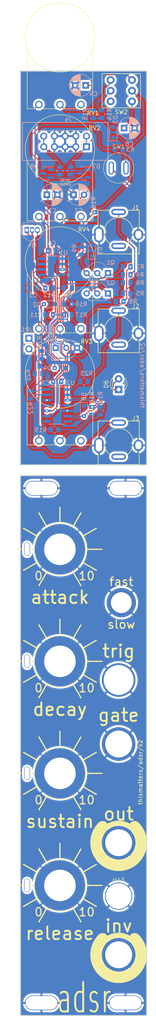
<source format=kicad_pcb>
(kicad_pcb (version 20221018) (generator pcbnew)
  (layers (0 "F.Cu" signal) (31 "B.Cu" signal) (34 "B.Paste" user) (35 "F.Paste" user) (36 "B.SilkS" user "B.Silkscreen") (37 "F.SilkS" user "F.Silkscreen") (38 "B.Mask" user) (39 "F.Mask" user) (44 "Edge.Cuts" user))
  (net 0 "")
  (net 1 "+12V")
  (net 2 "GND")
  (net 3 "-12V")
  (net 4 "Net-(D2-K)")
  (net 5 "Net-(Q3-B)")
  (net 6 "Net-(SW2B-C)")
  (net 7 "Net-(U1-CV)")
  (net 8 "Net-(SW2B-A)")
  (net 9 "Net-(D1-K)")
  (net 10 "Net-(D2-A)")
  (net 11 "Net-(D3-K)")
  (net 12 "Net-(D3-A)")
  (net 13 "Net-(D4-K)")
  (net 14 "Net-(D4-A)")
  (net 15 "Net-(D5-K)")
  (net 16 "Net-(D5-A)")
  (net 17 "Net-(D7-COM)")
  (net 18 "Net-(D8-COM)")
  (net 19 "/FACE")
  (net 20 "Net-(J1-PadT)")
  (net 22 "/OUT")
  (net 24 "/INV")
  (net 26 "Net-(JP1-A)")
  (net 27 "Net-(JP1-B)")
  (net 28 "Net-(Q1-C)")
  (net 29 "Net-(Q1-E)")
  (net 30 "Net-(Q3-C)")
  (net 31 "Net-(Q4-G)")
  (net 32 "Net-(Q4-S)")
  (net 33 "Net-(R3-Pad1)")
  (net 34 "Net-(R4-Pad1)")
  (net 35 "/RELEASE")
  (net 36 "Net-(SW2A-B)")
  (net 37 "/ATTACK")
  (net 38 "/DECAY")
  (net 39 "Net-(R17-Pad2)")
  (net 40 "Net-(U1-THR)")
  (net 41 "Net-(R21-Pad1)")
  (net 42 "Net-(U1-Q)")
  (net 46 "/SUSTAIN")
  (net 48 "Net-(Q4-D)")
  (net 49 "Net-(J4-Pin_1)")
  (net 50 "Net-(J4-Pin_10)")
  (footprint "Eurorack:Mech-MountingHole" (layer "F.Cu") (at 28.1 255.04)
    (fp_text reference "H4")
    (fp_text value "MountingHole")
  )
  (footprint "Eurorack:Mech-AudioJack-Hole-Output" (layer "F.Cu") (at 46.455 243.59)
    (fp_text reference "H12")
    (fp_text value "inv")
  )
  (footprint "Eurorack:Mech-Potentiometer-Hole_level" (layer "F.Cu") (at 32.485 227.08)
    (fp_text reference "H8")
    (fp_text value "release")
  )
  (footprint "Eurorack:Mech-MountingHole" (layer "F.Cu") (at 48.1 255.04)
    (fp_text reference "H3")
    (fp_text value "MountingHole")
  )
  (footprint "Eurorack:Potentiometer_RV16AF-41-15R1" (layer "F.Cu") (at 32.485 105.22)
    (fp_text reference "RV3")
    (fp_text value "A1M")
  )
  (footprint "Eurorack:PushButton_Tayda_A-5051" (layer "F.Cu") (at 46.455 56.325)
    (fp_text reference "SW1")
    (fp_text value "SW_Push")
  )
  (footprint "Eurorack:Mech-AudioJack-Hole-Output" (layer "F.Cu") (at 46.455 216.92)
    (fp_text reference "H11")
    (fp_text value "out")
  )
  (footprint "Eurorack:Mech-LED-Hole-3mm-Bezel" (layer "F.Cu") (at 46.455 229.62)
    (fp_text reference "H13")
    (fp_text value "led")
  )
  (footprint "Eurorack:Mech-2M_Switch-Hole" (layer "F.Cu") (at 47.09 159.77)
    (fp_text reference "H14" hide)
    (fp_text value "speed")
  )
  (footprint "Eurorack:Switch_DPDT_Tayda_A-5752" (layer "F.Cu") (at 47.09 37.91 180)
    (fp_text reference "SW2")
    (fp_text value "SW_DPDT_x2")
  )
  (footprint "Eurorack:Mech-Potentiometer-Hole_level" (layer "F.Cu") (at 32.485 147.07)
    (fp_text reference "H5")
    (fp_text value "attack")
  )
  (footprint "Eurorack:Mech-Potentiometer-Hole_level" (layer "F.Cu") (at 32.485 200.41)
    (fp_text reference "H7")
    (fp_text value "sustain")
  )
  (footprint "Eurorack:Potentiometer_RV16AF-41-15R1" (layer "F.Cu") (at 32.485 25.21)
    (fp_text reference "RV1")
    (fp_text value "A1M")
  )
  (footprint "Eurorack:Mech-MountingHole" (layer "F.Cu") (at 48.1 132.54)
    (fp_text reference "H1")
    (fp_text value "MountingHole")
  )
  (footprint "Eurorack:Mech-MountingHole" (layer "F.Cu") (at 28.1 132.54)
    (fp_text reference "H2")
    (fp_text value "MountingHole")
  )
  (footprint "Eurorack:Mech-PushButton-Hole_Tayda_A-5051" (layer "F.Cu") (at 46.455 178.185)
    (fp_text reference "H10")
    (fp_text value "trig")
  )
  (footprint "Eurorack:AudioJack2_Tayda_A-2566" (layer "F.Cu") (at 46.455 95.06)
    (fp_text reference "J2")
    (fp_text value "AudioJack2_SwitchT")
  )
  (footprint "LED_THT:LED_D3.0mm" (layer "F.Cu") (at 46.455 109.035 90)
    (fp_text reference "D6")
    (fp_text value "LED")
  )
  (footprint "Eurorack:Mech-Potentiometer-Hole_level" (layer "F.Cu") (at 32.485 173.74)
    (fp_text reference "H6")
    (fp_text value "decay")
  )
  (footprint "Eurorack:Mech-AudioJack-Hole" (layer "F.Cu") (at 46.455 193.425)
    (fp_text reference "H9")
    (fp_text value "gate")
  )
  (footprint "Eurorack:Potentiometer_RV16AF-41-15R1" (layer "F.Cu") (at 32.485 78.55)
    (fp_text reference "RV4")
    (fp_text value "B10K")
  )
  (footprint "Eurorack:Potentiometer_RV16AF-41-15R1" (layer "F.Cu") (at 32.485 51.88)
    (fp_text reference "RV2")
    (fp_text value "A1M")
  )
  (footprint "Eurorack:AudioJack2_Tayda_A-2566" (layer "F.Cu") (at 46.455 121.73)
    (fp_text reference "J3")
    (fp_text value "AudioJack2_SwitchT")
  )
  (footprint "Eurorack:AudioJack2_Tayda_A-2566" (layer "F.Cu") (at 46.455 71.565)
    (fp_text reference "J1")
    (fp_text value "AudioJack2_SwitchT")
  )
  (footprint "Resistor_SMD:R_0805_2012Metric" (layer "B.Cu") (at 48.36 81.725 180)
    (fp_text reference "R4")
    (fp_text value "47K")
  )
  (footprint "Capacitor_THT:CP_Radial_D5.0mm_P2.50mm" (layer "B.Cu") (at 47.752 46.8)
    (fp_text reference "C8")
    (fp_text value "1u 35V Tant")
  )
  (footprint "Diode_SMD:D_SOD-323_HandSoldering" (layer "B.Cu") (at 40.105 76.01 90)
    (fp_text reference "D1")
    (fp_text value "1N4148")
  )
  (footprint "Capacitor_SMD:C_0805_2012Metric" (layer "B.Cu") (at 31.85 107.125 180)
    (fp_text reference "C7")
    (fp_text value "100n")
  )
  (footprint "Resistor_SMD:R_0805_2012Metric" (layer "B.Cu") (at 46.455 51.88 180)
    (fp_text reference "R3")
    (fp_text value "10K")
  )
  (footprint "Resistor_SMD:R_0805_2012Metric" (layer "B.Cu") (at 46.709 88.075 180)
    (fp_text reference "R8")
    (fp_text value "22K")
  )
  (footprint "Resistor_SMD:R_0805_2012Metric" (layer "B.Cu") (at 42.391 43.498 -90)
    (fp_text reference "R14")
    (fp_text value "120")
  )
  (footprint "Eurorack:PinHeader_2x05_P2.54mm_Vertical" (layer "B.Cu") (at 38.7969 51.2577 90)
    (fp_text reference "J4")
    (fp_text value "Conn_02x05_Odd_Even")
  )
  (footprint "Resistor_SMD:R_0805_2012Metric" (layer "B.Cu") (at 38.2 107.125 180)
    (fp_text reference "R23")
    (fp_text value "1K")
  )
  (footprint "Package_TO_SOT_THT:TO-92L_Inline_Wide" (layer "B.Cu") (at 31.469 99.124)
    (fp_text reference "Q3")
    (fp_text value "BC547")
  )
  (footprint "Diode_SMD:D_SOD-323_HandSoldering" (layer "B.Cu") (at 38.2 114.11 -90)
    (fp_text reference "D5")
    (fp_text value "1N4148")
  )
  (footprint "Package_SO:SOIC-14_3.9x8.7mm_P1.27mm" (layer "B.Cu") (at 31.85 112.84 180)
    (fp_text reference "U2")
    (fp_text value "TL074")
  )
  (footprint "Resistor_SMD:R_0805_2012Metric" (layer "B.Cu") (at 35.025 56.96 90)
    (fp_text reference "R1")
    (fp_text value "10")
  )
  (footprint "Resistor_SMD:R_0805_2012Metric" (layer "B.Cu") (at 25.5 110.3 90)
    (fp_text reference "R22")
    (fp_text value "1K")
  )
  (footprint "Capacitor_THT:CP_Radial_D5.0mm_P2.50mm" (layer "B.Cu") (at 38.608 36.64 180)
    (fp_text reference "C4")
    (fp_text value "10u 35V Tant")
  )
  (footprint "Package_TO_SOT_THT:TO-92L_Inline_Wide" (layer "B.Cu") (at 43.915 86.17 180)
    (fp_text reference "Q2")
    (fp_text value "BC547")
  )
  (footprint "Connector_PinHeader_2.54mm:PinHeader_1x02_P2.54mm_Vertical" (layer "B.Cu") (at 25.119 96.838 180)
    (fp_text reference "JP1")
    (fp_text value "Jumper_2_Bridged")
  )
  (footprint "Resistor_SMD:R_0805_2012Metric" (layer "B.Cu") (at 27.405 105.22 180)
    (fp_text reference "R21")
    (fp_text value "100K")
  )
  (footprint "Diode_SMD:D_SOD-323_HandSoldering" (layer "B.Cu") (at 32.485 103.95 180)
    (fp_text reference "D4")
    (fp_text value "1N4148")
  )
  (footprint "Capacitor_SMD:C_0805_2012Metric" (layer "B.Cu") (at 34.39 84.9)
    (fp_text reference "C3")
    (fp_text value "10n")
  )
  (footprint "Resistor_SMD:R_0805_2012Metric" (layer "B.Cu") (at 48.36 83.63)
    (fp_text reference "R6")
    (fp_text value "1M")
  )
  (footprint "Resistor_SMD:R_0805_2012Metric" (layer "B.Cu") (at 40.359 43.498 90)
    (fp_text reference "R15")
    (fp_text value "680")
  )
  (footprint "Diode_SMD:D_SOD-323_HandSoldering" (layer "B.Cu") (at 29.945 88.71 180)
    (fp_text reference "D2")
    (fp_text value "1N4148")
  )
  (footprint "Resistor_SMD:R_0805_2012Metric" (layer "B.Cu") (at 29.945 91.25 180)
    (fp_text reference "R11")
    (fp_text value "22K")
  )
  (footprint "Resistor_SMD:R_0805_2012Metric" (layer "B.Cu") (at 29.945 84.9)
    (fp_text reference "R12")
    (fp_text value "1M")
  )
  (footprint "Capacitor_SMD:C_0805_2012Metric" (layer "B.Cu") (at 26.135 84.9)
    (fp_text reference "C5")
    (fp_text value "10n")
  )
  (footprint "Capacitor_THT:CP_Radial_D5.0mm_P2.50mm" (layer "B.Cu") (at 29.374888 62.675)
    (fp_text reference "C1")
    (fp_text value "22u 35V")
  )
  (footprint "Resistor_SMD:R_0805_2012Metric" (layer "B.Cu") (at 48.36 86.17 180)
    (fp_text reference "R5")
    (fp_text value "1.2M")
  )
  (footprint "Resistor_SMD:R_0805_2012Metric" (layer "B.Cu") (at 34.39 91.25)
    (fp_text reference "R17")
    (fp_text value "4.7K")
  )
  (footprint "Resistor_SMD:R_0805_2012Metric" (layer "B.Cu") (at 42.01 114.11 -90)
    (fp_text reference "R13")
    (fp_text value "100")
  )
  (footprint "Package_TO_SOT_SMD:SOT-23" (layer "B.Cu") (at 38.2 57.595 180)
    (fp_text reference "D7")
    (fp_text value "BAT54S")
  )
  (footprint "Package_TO_SOT_THT:TO-92_Inline" (layer "B.Cu") (at 24.611 71.078)
    (fp_text reference "Q4")
    (fp_text value "BS170")
  )
  (footprint "Diode_SMD:D_SOD-323_HandSoldering" (layer "B.Cu") (at 45.185 47.816 90)
    (fp_text reference "D3")
    (fp_text value "1N4148")
  )
  (footprint "Package_SO:SOIC-8_3.9x4.9mm_P1.27mm" (layer "B.Cu") (at 30.58 79.82 180)
    (fp_text reference "U1")
    (fp_text value "ICM7555xB")
  )
  (footprint "Resistor_SMD:R_0805_2012Metric" (layer "B.Cu") (at 32.485 56.96 -90)
    (fp_text reference "R2")
    (fp_text value "10")
  )
  (footprint "Capacitor_SMD:C_0805_2012Metric" (layer "B.Cu") (at 30.58 76.01)
    (fp_text reference "C6")
    (fp_text value "100n")
  )
  (footprint "Resistor_SMD:R_0805_2012Metric" (layer "B.Cu") (at 37.565 76.01 -90)
    (fp_text reference "R9")
    (fp_text value "10")
  )
  (footprint "Resistor_SMD:R_0805_2012Metric" (layer "B.Cu") (at 31.215 118.555 180)
    (fp_text reference "R19")
    (fp_text value "100K")
  )
  (footprint "Capacitor_THT:CP_Radial_D5.0mm_P2.50mm" (layer "B.Cu") (at 35.724887 62.675)
    (fp_text reference "C2")
    (fp_text value "22u 35V")
  )
  (footprint "Resistor_SMD:R_0805_2012Metric" (layer "B.Cu") (at 28.04 100.775 -90)
    (fp_text reference "R20")
    (fp_text value "150K")
  )
  (footprint "Resistor_SMD:R_0805_2012Metric" (layer "B.Cu") (at 48.36 79.82 180)
    (fp_text reference "R7")
    (fp_text value "22K")
  )
  (footprint "Resistor_SMD:R_0805_2012Metric" (layer "B.Cu") (at 34.39 88.71)
    (fp_text reference "R10")
    (fp_text value "22K")
  )
  (footprint "Resistor_SMD:R_0805_2012Metric" (layer "B.Cu") (at 40.74 67.755 -90)
    (fp_text reference "R16")
    (fp_text value "100")
  )
  (footprint "Package_TO_SOT_SMD:SOT-23" (layer "B.Cu") (at 29.31 57.595 180)
    (fp_text reference "D8")
    (fp_text value "BAT54S")
  )
  (footprint "Package_TO_SOT_THT:TO-92L_Inline_Wide" (layer "B.Cu") (at 43.915 81.344 180)
    (fp_text reference "Q1")
    (fp_text value "BC547")
  )
  (footprint "Resistor_SMD:R_0805_2012Metric" (layer "B.Cu") (at 40.105 114.11 -90)
    (fp_text reference "R18")
    (fp_text value "1K")
  )
  (gr_rect (start 23.1 33.21) (end 53.1 127) (stroke (width 0.2)) (fill none) (layer "Edge.Cuts"))
  (gr_rect locked (start 23.1 129.54) (end 53.1 258.04) (stroke (width 0.2)) (fill none) (layer "Edge.Cuts"))
  (gr_text "thismatters/adsr/v2" (at 51.535 113.475 270) (layer "B.SilkS") (effects (font (size 1 1)) (justify left bottom mirror)))
  (gr_text locked "adsr" (at 38.21 257.96) (layer "F.SilkS") (effects (font (size 7 4) (thickness 0.45)) (justify bottom)))
  (gr_text locked "thismatters/adsr/v2" (at 52.21 207.96 90) (layer "F.SilkS") (effects (font (size 1 1)) (justify left bottom)))
  (gr_text "slow" (at 47.09 166.12) (layer "F.SilkS") (effects (font (size 2 2) (thickness 0.3) bold) (justify bottom)))
  (gr_text "fast" (at 47.09 155.96) (layer "F.SilkS") (effects (font (size 2 2) (thickness 0.3) bold) (justify bottom)))
  (segment (start 48.36 87.44) (end 48.36 80.7325) (width 0.25) (layer "F.Cu") (net 1))
  (segment (start 47.6215 88.075) (end 47.725 88.075) (width 0.25) (layer "F.Cu") (net 1))
  (segment (start 47.725 88.075) (end 48.36 87.44) (width 0.25) (layer "F.Cu") (net 1))
  (segment (start 33.2025 93.535088) (end 33.8325 94.165088) (width 0.25) (layer "F.Cu") (net 1))
  (segment (start 29.905 81.4525) (end 31.4025 82.95) (width 0.25) (layer "F.Cu") (net 1))
  (segment (start 33.4775 91.25) (end 33.2025 91.525) (width 0.25) (layer "F.Cu") (net 1))
  (segment (start 48.36 80.7325) (end 49.2725 79.82) (width 0.25) (layer "F.Cu") (net 1))
  (segment (start 33.2025 91.525) (end 33.2025 93.535088) (width 0.25) (layer "F.Cu") (net 1))
  (segment (start 32.8 107.125) (end 33.8 106.125) (width 0.25) (layer "F.Cu") (net 1))
  (segment (start 33.8325 97.143824) (end 32.934 98.042324) (width 0.25) (layer "F.Cu") (net 1))
  (segment (start 33.8 106.125) (end 33.8 101.166) (width 0.25) (layer "F.Cu") (net 1))
  (segment (start 33.8325 94.165088) (end 33.8325 97.143824) (width 0.25) (layer "F.Cu") (net 1))
  (segment (start 33.8 101.166) (end 32.934 100.3) (width 0.25) (layer "F.Cu") (net 1))
  (segment (start 31.4025 90.705) (end 30.8575 91.25) (width 0.25) (layer "F.Cu") (net 1))
  (segment (start 29.63 76.01) (end 29.905 76.285) (width 0.25) (layer "F.Cu") (net 1))
  (segment (start 32.934 98.042324) (end 32.934 100.3) (width 0.25) (layer "F.Cu") (net 1))
  (segment (start 31.4025 82.95) (end 31.4025 90.705) (width 0.25) (layer "F.Cu") (net 1))
  (segment (start 29.905 76.285) (end 29.905 81.4525) (width 0.25) (layer "F.Cu") (net 1))
  (via (at 30.8575 91.25) (size 0.8) (drill 0.4) (layers "F.Cu" "B.Cu") (net 1))
  (via (at 33.4775 91.25) (size 0.8) (drill 0.4) (layers "F.Cu" "B.Cu") (net 1))
  (via (at 32.8 107.125) (size 0.8) (drill 0.4) (layers "F.Cu" "B.Cu") (net 1))
  (via (at 29.63 76.01) (size 0.8) (drill 0.4) (layers "F.Cu" "B.Cu") (net 1))
  (via (at 49.2725 79.82) (size 0.8) (drill 0.4) (layers "F.Cu" "B.Cu") (net 1))
  (via (at 47.6215 88.075) (size 0.8) (drill 0.4) (layers "F.Cu" "B.Cu") (net 1))
  (segment (start 31.666792 98.049) (end 29.945 96.327208) (width 0.25) (layer "B.Cu") (net 1))
  (segment (start 29.945 93.120706) (end 30.8575 92.208206) (width 0.25) (layer "B.Cu") (net 1))
  (segment (start 30.4125 58.71) (end 38.9725 58.71) (width 0.25) (layer "B.Cu") (net 1))
  (segment (start 46.5115 89.185) (end 41.662 89.185) (width 0.25) (layer "B.Cu") (net 1))
  (segment (start 27.909092 58.545) (end 27.31 57.945908) (width 0.25) (layer "B.Cu") (net 1))
  (segment (start 41.662 89.185) (end 38.835 92.012) (width 0.25) (layer "B.Cu") (net 1))
  (segment (start 32.544 98.049) (end 31.666792 98.049) (width 0.25) (layer "B.Cu") (net 1))
  (segment (start 41.883 48.2205) (end 41.883 50.864) (width 0.25) (layer "B.Cu") (net 1))
  (segment (start 33.501 101.156) (end 32.544 100.199) (width 0.25) (layer "B.Cu") (net 1))
  (segment (start 25.881 48.324) (end 28.098 46.107) (width 0.25) (layer "B.Cu") (net 1))
  (segment (start 32.81 112.84) (end 34.325 112.84) (width 0.25) (layer "B.Cu") (net 1))
  (segment (start 29.374888 59.417612) (end 29.374888 62.675) (width 0.25) (layer "B.Cu") (net 1))
  (segment (start 29.63 76.01) (end 28.105 77.535) (width 0.25) (layer "B.Cu") (net 1))
  (segment (start 38.835 92.012) (end 38.835 100.14) (width 0.25) (layer "B.Cu") (net 1))
  (segment (start 32.8 107.125) (end 32.175 107.75) (width 0.25) (layer "B.Cu") (net 1))
  (segment (start 47.6215 88.075) (end 46.5115 89.185) (width 0.25) (layer "B.Cu") (net 1))
  (segment (start 28.105 77.535) (end 28.105 77.915) (width 0.25) (layer "B.Cu") (net 1))
  (segment (start 38.9725 58.71) (end 39.1375 58.545) (width 0.25) (layer "B.Cu") (net 1))
  (segment (start 25.881 52.991) (end 25.881 48.324) (width 0.25) (layer "B.Cu") (net 1))
  (segment (start 29.63 76.01) (end 29.63 62.930112) (width 0.25) (layer "B.Cu") (net 1))
  (segment (start 37.819 101.156) (end 33.501 101.156) (width 0.25) (layer "B.Cu") (net 1))
  (segment (start 32.175 112.205) (end 32.81 112.84) (width 0.25) (layer "B.Cu") (net 1))
  (segment (start 30.8575 92.208206) (end 30.8575 91.25) (width 0.25) (layer "B.Cu") (net 1))
  (segment (start 28.098 46.107) (end 39.7695 46.107) (width 0.25) (layer "B.Cu") (net 1))
  (segment (start 30.2475 58.545) (end 29.374888 59.417612) (width 0.25) (layer "B.Cu") (net 1))
  (segment (start 30.2475 58.545) (end 27.909092 58.545) (width 0.25) (layer "B.Cu") (net 1))
  (segment (start 41.883 50.864) (end 42.899 51.88) (width 0.25) (layer "B.Cu") (net 1))
  (segment (start 32.175 107.75) (end 32.175 112.205) (width 0.25) (layer "B.Cu") (net 1))
  (segment (start 30.2475 58.545) (end 30.4125 58.71) (width 0.25) (layer "B.Cu") (net 1))
  (segment (start 27.31 57.945908) (end 27.31 54.42) (width 0.25) (layer "B.Cu") (net 1))
  (segment (start 39.7695 46.107) (end 41.883 48.2205) (width 0.25) (layer "B.Cu") (net 1))
  (segment (start 29.945 96.327208) (end 29.945 93.120706) (width 0.25) (layer "B.Cu") (net 1))
  (segment (start 27.31 54.42) (end 25.881 52.991) (width 0.25) (layer "B.Cu") (net 1))
  (segment (start 38.835 100.14) (end 37.819 101.156) (width 0.25) (layer "B.Cu") (net 1))
  (segment (start 42.899 51.88) (end 45.5425 51.88) (width 0.25) (layer "B.Cu") (net 1))
  (segment (start 30.8575 91.25) (end 33.4775 91.25) (width 0.25) (layer "B.Cu") (net 1))
  (segment (start 32.544 100.199) (end 32.544 98.049) (width 0.25) (layer "B.Cu") (net 1))
  (segment (start 29.63 62.930112) (end 29.374888 62.675) (width 0.25) (layer "B.Cu") (net 1))
  (segment (start 33.7169 60.832988) (end 31.874888 62.675) (width 0.25) (layer "F.Cu") (net 2))
  (segment (start 29.375 107.624695) (end 29.375 111.57) (width 0.25) (layer "F.Cu") (net 2))
  (segment (start 33.7169 60.832988) (end 33.882875 60.832988) (width 0.25) (layer "F.Cu") (net 2))
  (segment (start 32.3025 92.363692) (end 30.81 93.856192) (width 0.25) (layer "F.Cu") (net 2))
  (segment (start 29.494 97.668604) (end 29.494 100.594) (width 0.25) (layer "F.Cu") (net 2))
  (segment (start 41.755 95.66) (end 41.755 95.1625) (width 0.25) (layer "F.Cu") (net 2))
  (segment (start 33.7169 48.7177) (end 33.7169 60.832988) (width 0.25) (layer "F.Cu") (net 2))
  (segment (start 31.074889 63.474999) (end 31.074889 65) (width 0.25) (layer "F.Cu") (net 2))
  (segment (start 28.892 116.105) (end 32.268 116.105) (width 0.25) (layer "F.Cu") (net 2))
  (segment (start 30.81 96.352604) (end 29.494 97.668604) (width 0.25) (layer "F.Cu") (net 2))
  (segment (start 29.375 111.57) (end 28.65 112.295) (width 0.25) (layer "F.Cu") (net 2))
  (segment (start 34.1 76.1) (end 34.1 79.9) (width 0.25) (layer "F.Cu") (net 2))
  (segment (start 32.268 116.105) (end 34.263 114.11) (width 0.25) (layer "F.Cu") (net 2))
  (segment (start 31.874888 62.675) (end 31.074889 63.474999) (width 0.25) (layer "F.Cu") (net 2))
  (segment (start 29.494 100.594) (end 32.4 103.5) (width 0.25) (layer "F.Cu") (net 2))
  (segment (start 41.755 95.1625) (end 35.3025 88.71) (width 0.25) (layer "F.Cu") (net 2))
  (segment (start 28.65 112.295) (end 28.65 115.863) (width 0.25) (layer "F.Cu") (net 2))
  (segment (start 30.81 93.856192) (end 30.81 96.352604) (width 0.25) (layer "F.Cu") (net 2))
  (segment (start 32.4 104.6) (end 31.900153 105.099847) (width 0.25) (layer "F.Cu") (net 2))
  (segment (start 34.1 79.9) (end 34.1 84.7) (width 0.25) (layer "F.Cu") (net 2))
  (segment (start 31.900153 105.099847) (end 31.899847 105.099847) (width 0.25) (layer "F.Cu") (net 2))
  (segment (start 31.074889 65) (end 31.074889 73.074889) (width 0.25) (layer "F.Cu") (net 2))
  (segment (start 34.1 84.7) (end 32.3025 86.4975) (width 0.25) (layer "F.Cu") (net 2))
  (segment (start 28.65 115.863) (end 28.892 116.105) (width 0.25) (layer "F.Cu") (net 2))
  (segment (start 32.3025 86.4975) (end 32.3025 92.363692) (width 0.25) (layer "F.Cu") (net 2))
  (segment (start 33.882875 60.832988) (end 35.724887 62.675) (width 0.25) (layer "F.Cu") (net 2))
  (segment (start 31.899847 105.099847) (end 29.375 107.624695) (width 0.25) (layer "F.Cu") (net 2))
  (segment (start 32.4 103.5) (end 32.4 104.6) (width 0.25) (layer "F.Cu") (net 2))
  (segment (start 31.074889 73.074889) (end 34.1 76.1) (width 0.25) (layer "F.Cu") (net 2))
  (via (at 35.3025 88.71) (size 0.8) (drill 0.4) (layers "F.Cu" "B.Cu") (net 2))
  (via (at 34.263 114.11) (size 0.8) (drill 0.4) (layers "F.Cu" "B.Cu") (net 2))
  (via (at 29.375 111.57) (size 0.8) (drill 0.4) (layers "F.Cu" "B.Cu") (net 2))
  (segment (start 36.49528 99.585) (end 37.125 98.95528) (width 0.25) (layer "B.Cu") (net 2))
  (segment (start 29.155 104.3351) (end 27.015 102.1951) (width 0.25) (layer "B.Cu") (net 2))
  (segment (start 31.53 76.01) (end 33.055 77.535) (width 0.25) (layer "B.Cu") (net 2))
  (segment (start 27.015 102.1951) (end 27.015 101.1799) (width 0.25) (layer "B.Cu") (net 2))
  (segment (start 30.675 111.348) (end 30.675 108.49) (width 0.25) (layer "B.Cu") (net 2))
  (segment (start 36.2569 51.2577) (end 31.1769 51.2577) (width 0.25) (layer "B.Cu") (net 2))
  (segment (start 30.675 108.49) (end 29.155 106.97) (width 0.25) (layer "B.Cu") (net 2))
  (segment (start 30.453 111.57) (end 30.675 111.348) (width 0.25) (layer "B.Cu") (net 2))
  (segment (start 29.375 111.57) (end 30.453 111.57) (width 0.25) (layer "B.Cu") (net 2))
  (segment (start 51.155 122.33) (end 41.755 122.33) (width 0.25) (layer "B.Cu") (net 2))
  (segment (start 30.199 101.918) (end 30.707 101.918) (width 0.25) (layer "B.Cu") (net 2))
  (segment (start 34.325 114.11) (end 34.263 114.11) (width 0.25) (layer "B.Cu") (net 2))
  (segment (start 27.3449 100.85) (end 29.131 100.85) (width 0.25) (layer "B.Cu") (net 2))
  (segment (start 33.055 77.535) (end 33.055 77.915) (width 0.25) (layer "B.Cu") (net 2))
  (segment (start 31.1769 48.7177) (end 36.2569 48.7177) (width 0.25) (layer "B.Cu") (net 2))
  (segment (start 29.131 100.85) (end 30.199 101.918) (width 0.25) (layer "B.Cu") (net 2))
  (segment (start 29.155 106.97) (end 29.155 104.3351) (width 0.25) (layer "B.Cu") (net 2))
  (segment (start 27.015 101.1799) (end 27.3449 100.85) (width 0.25) (layer "B.Cu") (net 2))
  (segment (start 38.224887 62.675) (end 35.025 65.874887) (width 0.25) (layer "F.Cu") (net 3))
  (segment (start 32.9 105.013604) (end 30.9 107.013604) (width 0.25) (layer "F.Cu") (net 3))
  (segment (start 32.7525 87.44) (end 32.7525 92.550088) (width 0.25) (layer "F.Cu") (net 3))
  (segment (start 35.025 75.7425) (end 35.025 85.1675) (width 0.25) (layer "F.Cu") (net 3))
  (segment (start 32.7525 73.47) (end 35.025 75.7425) (width 0.25) (layer "F.Cu") (net 3))
  (segment (start 32.9 103.341396) (end 32.9 105.013604) (width 0.25) (layer "F.Cu") (net 3))
  (segment (start 29.944 100.385396) (end 32.9 103.341396) (width 0.25) (layer "F.Cu") (net 3))
  (segment (start 35.025 65.874887) (end 35.025 67.12) (width 0.25) (layer "F.Cu") (net 3))
  (segment (start 32.7525 92.550088) (end 31.26 94.042588) (width 0.25) (layer "F.Cu") (net 3))
  (segment (start 31.26 96.539) (end 29.944 97.855) (width 0.25) (layer "F.Cu") (net 3))
  (segment (start 30.9 107.013604) (end 30.9 107.125) (width 0.25) (layer "F.Cu") (net 3))
  (segment (start 32.7525 69.3925) (end 32.7525 73.47) (width 0.25) (layer "F.Cu") (net 3))
  (segment (start 35.025 67.12) (end 32.7525 69.3925) (width 0.25) (layer "F.Cu") (net 3))
  (segment (start 31.26 94.042588) (end 31.26 96.539) (width 0.25) (layer "F.Cu") (net 3))
  (segment (start 29.944 97.855) (end 29.944 100.385396) (width 0.25) (layer "F.Cu") (net 3))
  (segment (start 35.025 85.1675) (end 32.7525 87.44) (width 0.25) (layer "F.Cu") (net 3))
  (via (at 30.9 107.125) (size 0.8) (drill 0.4) (layers "F.Cu" "B.Cu") (net 3))
  (segment (start 38.8375 56.945) (end 30.547499 56.944999) (width 0.25) (layer "B.Cu") (net 3))
  (segment (start 30.547499 56.944999) (end 30.2475 56.645) (width 0.25) (layer "B.Cu") (net 3))
  (segment (start 28.04 102.299) (end 28.04 101.6875) (width 0.25) (layer "B.Cu") (net 3))
  (segment (start 29.375 112.84) (end 30.578604 112.84) (width 0.25) (layer "B.Cu") (net 3))
  (segment (start 30.9 107.893) (end 30.9 107.125) (width 0.25) (layer "B.Cu") (net 3))
  (segment (start 30.578604 112.84) (end 31.275 112.143604) (width 0.25) (layer "B.Cu") (net 3))
  (segment (start 31.275 108.268) (end 30.9 107.893) (width 0.25) (layer "B.Cu") (net 3))
  (segment (start 31.275 112.143604) (end 31.275 108.268) (width 0.25) (layer "B.Cu") (net 3))
  (segment (start 30.9 105.159) (end 28.04 102.299) (width 0.25) (layer "B.Cu") (net 3))
  (segment (start 40.2 60.699887) (end 38.224887 62.675) (width 0.25) (layer "B.Cu") (net 3))
  (segment (start 40.2 57.7075) (end 40.2 60.699887) (width 0.25) (layer "B.Cu") (net 3))
  (segment (start 39.1375 56.645) (end 40.2 57.7075) (width 0.25) (layer "B.Cu") (net 3))
  (segment (start 30.9 107.125) (end 30.9 105.159) (width 0.25) (layer "B.Cu") (net 3))
  (segment (start 39.1375 56.645) (end 38.8375 56.945) (width 0.25) (layer "B.Cu") (net 3))
  (segment (start 34.49 83.85) (end 41.605 83.85) (width 0.25) (layer "B.Cu") (net 4))
  (segment (start 41.605 83.85) (end 43.925 86.17) (width 0.25) (layer "B.Cu") (net 4))
  (segment (start 30.8575 84.9) (end 30.8575 88.3725) (width 0.25) (layer "B.Cu") (net 4))
  (segment (start 45.5425 88.075) (end 43.6375 86.17) (width 0.25) (layer "B.Cu") (net 4))
  (segment (start 33.44 84.9) (end 34.49 83.85) (width 0.25) (layer "B.Cu") (net 4))
  (segment (start 33.44 82.11) (end 33.055 81.725) (width 0.25) (layer "B.Cu") (net 4))
  (segment (start 30.8575 88.3725) (end 31.195 88.71) (width 0.25) (layer "B.Cu") (net 4))
  (segment (start 33.44 84.9) (end 33.44 82.11) (width 0.25) (layer "B.Cu") (net 4))
  (segment (start 33.44 84.9) (end 30.8575 84.9) (width 0.25) (layer "B.Cu") (net 4))
  (segment (start 34.009 98.877604) (end 34.009 99.124) (width 0.25) (layer "B.Cu") (net 5))
  (segment (start 32.730396 97.599) (end 34.009 98.877604) (width 0.25) (layer "B.Cu") (net 5))
  (segment (start 30.395 93.34) (end 30.395 96.140812) (width 0.25) (layer "B.Cu") (net 5))
  (segment (start 34.127 92.275) (end 31.46 92.275) (width 0.25) (layer "B.Cu") (net 5))
  (segment (start 30.395 96.140812) (end 31.853188 97.599) (width 0.25) (layer "B.Cu") (net 5))
  (segment (start 33.4775 88.71) (end 33.4775 86.7625) (width 0.25) (layer "B.Cu") (net 5))
  (segment (start 31.853188 97.599) (end 32.730396 97.599) (width 0.25) (layer "B.Cu") (net 5))
  (segment (start 33.4775 86.7625) (end 35.34 84.9) (width 0.25) (layer "B.Cu") (net 5))
  (segment (start 33.4775 88.71) (end 34.39 89.6225) (width 0.25) (layer "B.Cu") (net 5))
  (segment (start 34.39 92.012) (end 34.127 92.275) (width 0.25) (layer "B.Cu") (net 5))
  (segment (start 31.46 92.275) (end 30.395 93.34) (width 0.25) (layer "B.Cu") (net 5))
  (segment (start 34.39 89.6225) (end 34.39 92.012) (width 0.25) (layer "B.Cu") (net 5))
  (segment (start 48.355 34.095) (end 42.674888 34.095) (width 0.25) (layer "F.Cu") (net 6))
  (segment (start 49.63 35.37) (end 48.355 34.095) (width 0.25) (layer "F.Cu") (net 6))
  (segment (start 42.674888 34.095) (end 40.129888 36.64) (width 0.25) (layer "F.Cu") (net 6))
  (segment (start 40.129888 36.64) (end 38.605888 36.64) (width 0.25) (layer "F.Cu") (net 6))
  (segment (start 27.085 82.745) (end 27.085 84.9) (width 0.25) (layer "B.Cu") (net 7))
  (segment (start 28.105 81.725) (end 27.085 82.745) (width 0.25) (layer "B.Cu") (net 7))
  (segment (start 49.63 40.45) (end 49.63 44.870113) (width 0.25) (layer "B.Cu") (net 8))
  (segment (start 49.63 44.870113) (end 47.700113 46.8) (width 0.25) (layer "B.Cu") (net 8))
  (segment (start 40.74 81.09) (end 40.105 80.455) (width 0.25) (layer "B.Cu") (net 9))
  (segment (start 47.4475 81.725) (end 46.7535 82.419) (width 0.25) (layer "B.Cu") (net 9))
  (segment (start 40.105 80.455) (end 40.105 77.26) (width 0.25) (layer "B.Cu") (net 9))
  (segment (start 42.45 82.419) (end 41.375 81.344) (width 0.25) (layer "B.Cu") (net 9))
  (segment (start 46.7535 82.419) (end 42.45 82.419) (width 0.25) (layer "B.Cu") (net 9))
  (segment (start 47.4475 81.725) (end 47.4475 83.63) (width 0.25) (layer "B.Cu") (net 9))
  (segment (start 28.04 89.345) (end 28.04 93.372588) (width 0.25) (layer "F.Cu") (net 10))
  (segment (start 28.06 89.345) (end 28.04 89.345) (width 0.25) (layer "F.Cu") (net 10))
  (segment (start 28.71 94.042588) (end 28.71 95.057412) (width 0.25) (layer "F.Cu") (net 10))
  (segment (start 28.71 95.057412) (end 27.485 96.282412) (width 0.25) (layer "F.Cu") (net 10))
  (segment (start 28.04 93.372588) (end 28.71 94.042588) (width 0.25) (layer "F.Cu") (net 10))
  (segment (start 27.485 96.282412) (end 27.485 121.22) (width 0.25) (layer "F.Cu") (net 10))
  (segment (start 28.695 88.71) (end 28.06 89.345) (width 0.25) (layer "F.Cu") (net 10))
  (via (at 28.695 88.71) (size 0.8) (drill 0.4) (layers "F.Cu" "B.Cu") (net 10))
  (segment (start 35.475 78.656396) (end 35.475 85.353896) (width 0.25) (layer "F.Cu") (net 11))
  (segment (start 40.74 66.8425) (end 38.005 69.5775) (width 0.25) (layer "F.Cu") (net 11))
  (segment (start 33.2025 89.9025) (end 34.2825 90.9825) (width 0.25) (layer "F.Cu") (net 11))
  (segment (start 34.25 110.325) (end 34.325 110.4) (width 0.25) (layer "F.Cu") (net 11))
  (segment (start 38.005 69.5775) (end 38.005 76.126396) (width 0.25) (layer "F.Cu") (net 11))
  (segment (start 35.084 98.1) (end 35.084 99.56928) (width 0.25) (layer "F.Cu") (net 11))
  (segment (start 35.475 85.353896) (end 33.2025 87.626396) (width 0.25) (layer "F.Cu") (net 11))
  (segment (start 33.2025 87.626396) (end 33.2025 89.9025) (width 0.25) (layer "F.Cu") (net 11))
  (segment (start 34.325 110.4) (end 34.325 111.57) (width 0.25) (layer "F.Cu") (net 11))
  (segment (start 34.2825 97.2985) (end 35.084 98.1) (width 0.25) (layer "F.Cu") (net 11))
  (segment (start 38.005 76.126396) (end 35.475 78.656396) (width 0.25) (layer "F.Cu") (net 11))
  (segment (start 35.084 99.56928) (end 34.25 100.40328) (width 0.25) (layer "F.Cu") (net 11))
  (segment (start 34.2825 90.9825) (end 34.2825 97.2985) (width 0.25) (layer "F.Cu") (net 11))
  (segment (start 34.25 100.40328) (end 34.25 110.325) (width 0.25) (layer "F.Cu") (net 11))
  (via (at 40.74 66.8425) (size 0.8) (drill 0.4) (layers "F.Cu" "B.Cu") (net 11))
  (via (at 34.325 111.57) (size 0.8) (drill 0.4) (layers "F.Cu" "B.Cu") (net 11))
  (segment (start 40.3825 111.57) (end 34.325 111.57) (width 0.25) (layer "B.Cu") (net 11))
  (segment (start 49.18 59.295) (end 42.645 65.83) (width 0.25) (layer "B.Cu") (net 11))
  (segment (start 48.205 50.582) (end 46.689 49.066) (width 0.25) (layer "B.Cu") (net 11))
  (segment (start 49.18 55.021142) (end 49.18 59.295) (width 0.25) (layer "B.Cu") (net 11))
  (segment (start 46.689 49.066) (end 45.185 49.066) (width 0.25) (layer "B.Cu") (net 11))
  (segment (start 42.645 65.83) (end 41.7525 65.83) (width 0.25) (layer "B.Cu") (net 11))
  (segment (start 48.205 52.416) (end 52.297 48.324) (width 0.25) (layer "B.Cu") (net 11))
  (segment (start 48.205 53.15) (end 48.205 54.046142) (width 0.25) (layer "B.Cu") (net 11))
  (segment (start 42.01 113.1975) (end 40.3825 111.57) (width 0.25) (layer "B.Cu") (net 11))
  (segment (start 48.205 52.416) (end 48.205 53.15) (width 0.25) (layer "B.Cu") (net 11))
  (segment (start 49.63 37.91) (end 52.297 40.577) (width 0.25) (layer "B.Cu") (net 11))
  (segment (start 52.297 40.577) (end 52.297 48.324) (width 0.25) (layer "B.Cu") (net 11))
  (segment (start 48.205 54.046142) (end 49.18 55.021142) (width 0.25) (layer "B.Cu") (net 11))
  (segment (start 48.205 53.15) (end 48.205 50.582) (width 0.25) (layer "B.Cu") (net 11))
  (segment (start 41.7525 65.83) (end 40.74 66.8425) (width 0.25) (layer "B.Cu") (net 11))
  (segment (start 44.5465 46.566) (end 45.185 46.566) (width 0.25) (layer "B.Cu") (net 12))
  (segment (start 42.391 44.4105) (end 44.5465 46.566) (width 0.25) (layer "B.Cu") (net 12))
  (segment (start 42.391 44.4105) (end 40.359 44.4105) (width 0.25) (layer "B.Cu") (net 12))
  (segment (start 30.349999 115.38) (end 29.375 115.38) (width 0.25) (layer "B.Cu") (net 13))
  (segment (start 29.375 116.65) (end 29.375 115.38) (width 0.25) (layer "B.Cu") (net 13))
  (segment (start 31.725 105.96) (end 31.725 114.004999) (width 0.25) (layer "B.Cu") (net 13))
  (segment (start 31.725 114.004999) (end 30.349999 115.38) (width 0.25) (layer "B.Cu") (net 13))
  (segment (start 33.735 103.95) (end 31.725 105.96) (width 0.25) (layer "B.Cu") (net 13))
  (segment (start 27.485 67.88) (end 29.749 70.144) (width 0.25) (layer "F.Cu") (net 14))
  (segment (start 31.235 102.971396) (end 31.235 103.95) (width 0.25) (layer "F.Cu") (net 14))
  (segment (start 31.8525 92.177296) (end 30.36 93.669796) (width 0.25) (layer "F.Cu") (net 14))
  (segment (start 31.8525 82.7) (end 31.8525 92.177296) (width 0.25) (layer "F.Cu") (net 14))
  (segment (start 30.355 75.709695) (end 30.355 81.2025) (width 0.25) (layer "F.Cu") (net 14))
  (segment (start 29.749 75.103695) (end 30.355 75.709695) (width 0.25) (layer "F.Cu") (net 14))
  (segment (start 29.044 97.482208) (end 29.044 100.780396) (width 0.25) (layer "F.Cu") (net 14))
  (segment (start 29.044 100.780396) (end 31.235 102.971396) (width 0.25) (layer "F.Cu") (net 14))
  (segment (start 30.36 93.669796) (end 30.36 96.166208) (width 0.25) (layer "F.Cu") (net 14))
  (segment (start 30.36 96.166208) (end 29.044 97.482208) (width 0.25) (layer "F.Cu") (net 14))
  (segment (start 30.355 81.2025) (end 31.8525 82.7) (width 0.25) (layer "F.Cu") (net 14))
  (segment (start 29.749 70.144) (end 29.749 75.103695) (width 0.25) (layer "F.Cu") (net 14))
  (via (at 31.235 103.95) (size 0.8) (drill 0.4) (layers "F.Cu" "B.Cu") (net 14))
  (segment (start 40.493909 113.1975) (end 45.1875 108.503909) (width 0.25) (layer "F.Cu") (net 15))
  (segment (start 45.1875 108.503909) (end 45.1875 107.7625) (width 0.25) (layer "F.Cu") (net 15))
  (segment (start 40.105 113.1975) (end 40.493909 113.1975) (width 0.25) (layer "F.Cu") (net 15))
  (segment (start 45.1875 107.7625) (end 46.455 106.495) (width 0.25) (layer "F.Cu") (net 15))
  (via (at 40.105 113.1975) (size 0.8) (drill 0.4) (layers "F.Cu" "B.Cu") (net 15))
  (segment (start 38.2 114.0399) (end 36.8599 115.38) (width 0.25) (layer "B.Cu") (net 15))
  (segment (start 38.2 112.86) (end 38.2 114.0399) (width 0.25) (layer "B.Cu") (net 15))
  (segment (start 38.2 112.86) (end 39.7675 112.86) (width 0.25) (layer "B.Cu") (net 15))
  (segment (start 39.7675 112.86) (end 40.105 113.1975) (width 0.25) (layer "B.Cu") (net 15))
  (segment (start 36.8599 115.38) (end 34.325 115.38) (width 0.25) (layer "B.Cu") (net 15))
  (segment (start 39.45 114.11) (end 40.217805 114.11) (width 0.25) (layer "F.Cu") (net 16))
  (segment (start 38.2 115.36) (end 39.45 114.11) (width 0.25) (layer "F.Cu") (net 16))
  (segment (start 40.217805 114.11) (end 45.292805 109.035) (width 0.25) (layer "F.Cu") (net 16))
  (segment (start 45.292805 109.035) (end 46.455 109.035) (width 0.25) (layer "F.Cu") (net 16))
  (via (at 38.2 115.36) (size 0.8) (drill 0.4) (layers "F.Cu" "B.Cu") (net 16))
  (segment (start 37.046296 115.83) (end 37.516296 115.36) (width 0.25) (layer "B.Cu") (net 16))
  (segment (start 34.325 116.65) (end 34.84 116.65) (width 0.25) (layer "B.Cu") (net 16))
  (segment (start 37.516296 115.36) (end 38.2 115.36) (width 0.25) (layer "B.Cu") (net 16))
  (segment (start 34.84 116.65) (end 35.66 115.83) (width 0.25) (layer "B.Cu") (net 16))
  (segment (start 35.66 115.83) (end 37.046296 115.83) (width 0.25) (layer "B.Cu") (net 16))
  (segment (start 37.2625 57.595) (end 35.3025 57.595) (width 0.25) (layer "B.Cu") (net 17))
  (segment (start 35.3025 57.595) (end 35.025 57.8725) (width 0.25) (layer "B.Cu") (net 17))
  (segment (start 28.65 57.8725) (end 28.3725 57.595) (width 0.25) (layer "B.Cu") (net 18))
  (segment (start 32.485 57.8725) (end 28.65 57.8725) (width 0.25) (layer "B.Cu") (net 18))
  (segment (start 49.2725 84.345) (end 47.4475 86.17) (width 0.25) (layer "B.Cu") (net 20))
  (segment (start 46.455 71.708324) (end 50.265 75.518324) (width 0.25) (layer "B.Cu") (net 20))
  (segment (start 49.2725 83.63) (end 49.2725 84.345) (width 0.25) (layer "B.Cu") (net 20))
  (segment (start 46.455 66.765) (end 46.455 71.708324) (width 0.25) (layer "B.Cu") (net 20))
  (segment (start 50.265 82.6375) (end 49.2725 83.63) (width 0.25) (layer "B.Cu") (net 20))
  (segment (start 50.265 75.518324) (end 50.265 82.6375) (width 0.25) (layer "B.Cu") (net 20))
  (segment (start 42.9225 99.37222) (end 46.455 95.83972) (width 0.25) (layer "B.Cu") (net 22))
  (segment (start 46.455 95.83972) (end 46.455 90.26) (width 0.25) (layer "B.Cu") (net 22))
  (segment (start 42.9225 103.315) (end 39.1125 107.125) (width 0.25) (layer "B.Cu") (net 22))
  (segment (start 42.9225 103.315) (end 42.9225 99.37222) (width 0.25) (layer "B.Cu") (net 22))
  (segment (start 25.5 122.365) (end 26.135 123) (width 0.25) (layer "B.Cu") (net 24))
  (segment (start 25.5 111.2125) (end 25.5 122.365) (width 0.25) (layer "B.Cu") (net 24))
  (segment (start 30.58 124.905) (end 33.755 124.905) (width 0.25) (layer "B.Cu") (net 24))
  (segment (start 35.66 123) (end 38.28439 123) (width 0.25) (layer "B.Cu") (net 24))
  (segment (start 38.28439 123) (end 44.35439 116.93) (width 0.25) (layer "B.Cu") (net 24))
  (segment (start 44.35439 116.93) (end 46.455 116.93) (width 0.25) (layer "B.Cu") (net 24))
  (segment (start 33.755 124.905) (end 35.66 123) (width 0.25) (layer "B.Cu") (net 24))
  (segment (start 28.675 123) (end 30.58 124.905) (width 0.25) (layer "B.Cu") (net 24))
  (segment (start 26.135 123) (end 28.675 123) (width 0.25) (layer "B.Cu") (net 24))
  (segment (start 25.38085 97.47585) (end 24.865 96.96) (width 0.25) (layer "B.Cu") (net 26))
  (segment (start 25.119 96.9415) (end 28.04 99.8625) (width 0.25) (layer "B.Cu") (net 26))
  (segment (start 25.119 96.838) (end 25.119 96.9415) (width 0.25) (layer "B.Cu") (net 26))
  (segment (start 24.8799 110.3) (end 24.475 109.8951) (width 0.25) (layer "B.Cu") (net 27))
  (segment (start 28.400001 110.3) (end 29.375 110.3) (width 0.25) (layer "B.Cu") (net 27))
  (segment (start 30.3025 118.555) (end 29.629092 118.555) (width 0.25) (layer "B.Cu") (net 27))
  (segment (start 25.119 99.378) (end 26.4925 100.7515) (width 0.25) (layer "B.Cu") (net 27))
  (segment (start 28.075 110.625001) (end 28.400001 110.3) (width 0.25) (layer "B.Cu") (net 27))
  (segment (start 24.475 109.8951) (end 24.475 108.785) (width 0.25) (layer "B.Cu") (net 27))
  (segment (start 29.629092 118.555) (end 28.075 117.000908) (width 0.25) (layer "B.Cu") (net 27))
  (segment (start 28.075 117.000908) (end 28.075 110.625001) (width 0.25) (layer "B.Cu") (net 27))
  (segment (start 29.375 110.3) (end 24.8799 110.3) (width 0.25) (layer "B.Cu") (net 27))
  (segment (start 26.4925 105.22) (end 26.4925 100.7515) (width 0.25) (layer "B.Cu") (net 27))
  (segment (start 24.475 108.785) (end 26.4925 106.7675) (width 0.25) (layer "B.Cu") (net 27))
  (segment (start 26.4925 106.7675) (end 26.4925 105.22) (width 0.25) (layer "B.Cu") (net 27))
  (segment (start 40.809 85.604) (end 41.375 86.17) (width 0.25) (layer "F.Cu") (net 28))
  (segment (start 41.375 82.614) (end 40.809 83.18) (width 0.25) (layer "F.Cu") (net 28))
  (segment (start 43.915 81.344) (end 42.645 82.614) (width 0.25) (layer "F.Cu") (net 28))
  (segment (start 42.645 82.614) (end 41.375 82.614) (width 0.25) (layer "F.Cu") (net 28))
  (segment (start 40.809 83.18) (end 40.809 85.604) (width 0.25) (layer "F.Cu") (net 28))
  (segment (start 47.4475 80.0975) (end 47.4475 79.82) (width 0.25) (layer "B.Cu") (net 28))
  (segment (start 43.905 81.715) (end 45.83 81.715) (width 0.25) (layer "B.Cu") (net 28))
  (segment (start 45.83 81.715) (end 47.4475 80.0975) (width 0.25) (layer "B.Cu") (net 28))
  (segment (start 40.359 84.646) (end 38.835 86.17) (width 0.25) (layer "F.Cu") (net 29))
  (segment (start 40.359 82.868) (end 40.359 84.646) (width 0.25) (layer "F.Cu") (net 29))
  (segment (start 38.835 81.344) (end 40.359 82.868) (width 0.25) (layer "F.Cu") (net 29))
  (segment (start 38.2 79.82) (end 38.2 81.09) (width 0.25) (layer "B.Cu") (net 29))
  (segment (start 37.565 79.185) (end 37.565 76.9225) (width 0.25) (layer "B.Cu") (net 29))
  (segment (start 37.565 79.185) (end 38.2 79.82) (width 0.25) (layer "B.Cu") (net 29))
  (segment (start 31.755 79.510001) (end 31.755 82.455) (width 0.25) (layer "B.Cu") (net 30))
  (segment (start 31.469 98.487604) (end 31.469 99.124) (width 0.25) (layer "B.Cu") (net 30))
  (segment (start 29.0325 91.25) (end 29.0325 92.47181) (width 0.25) (layer "B.Cu") (net 30))
  (segment (start 29.495 96.513604) (end 31.469 98.487604) (width 0.25) (layer "B.Cu") (net 30))
  (segment (start 33.055 79.185) (end 32.080001 79.185) (width 0.25) (layer "B.Cu") (net 30))
  (segment (start 31.755 82.455) (end 29.945 84.265) (width 0.25) (layer "B.Cu") (net 30))
  (segment (start 29.495 92.93431) (end 29.495 96.513604) (width 0.25) (layer "B.Cu") (net 30))
  (segment (start 29.945 89.345) (end 29.0325 90.2575) (width 0.25) (layer "B.Cu") (net 30))
  (segment (start 32.080001 79.185) (end 31.755 79.510001) (width 0.25) (layer "B.Cu") (net 30))
  (segment (start 29.945 84.265) (end 29.945 89.345) (width 0.25) (layer "B.Cu") (net 30))
  (segment (start 29.0325 90.2575) (end 29.0325 91.25) (width 0.25) (layer "B.Cu") (net 30))
  (segment (start 29.0325 92.47181) (end 29.495 92.93431) (width 0.25) (layer "B.Cu") (net 30))
  (segment (start 29.0325 84.9) (end 26.135 82.0025) (width 0.25) (layer "F.Cu") (net 31))
  (segment (start 26.135 82.0025) (end 26.135 72.454) (width 0.25) (layer "F.Cu") (net 31))
  (segment (start 25.881 72.2) (end 26.135 72.454) (width 0.25) (layer "F.Cu") (net 31))
  (segment (start 25.881 71.078) (end 25.881 72.2) (width 0.25) (layer "F.Cu") (net 31))
  (via (at 29.0325 84.9) (size 0.8) (drill 0.4) (layers "F.Cu" "B.Cu") (net 31))
  (segment (start 26.63 78.090908) (end 27.724092 79.185) (width 0.25) (layer "B.Cu") (net 32))
  (segment (start 26.63 72.84) (end 27.151 72.319) (width 0.25) (layer "B.Cu") (net 32))
  (segment (start 27.724092 79.185) (end 28.105 79.185) (width 0.25) (layer "B.Cu") (net 32))
  (segment (start 26.63 72.84) (end 26.63 78.090908) (width 0.25) (layer "B.Cu") (net 32))
  (segment (start 27.151 71.078) (end 27.151 72.319) (width 0.25) (layer "B.Cu") (net 32))
  (segment (start 47.755 54.232538) (end 48.205 54.682538) (width 0.25) (layer "B.Cu") (net 33))
  (segment (start 47.755 52.2675) (end 47.755 54.232538) (width 0.25) (layer "B.Cu") (net 33))
  (segment (start 48.205 54.682538) (end 48.205 56.325) (width 0.25) (layer "B.Cu") (net 33))
  (segment (start 47.3675 51.88) (end 47.755 52.2675) (width 0.25) (layer "B.Cu") (net 33))
  (segment (start 44.705 56.325) (end 49.0725 60.6925) (width 0.25) (layer "F.Cu") (net 34))
  (segment (start 50.265 75.375) (end 50.265 80.7325) (width 0.25) (layer "F.Cu") (net 34))
  (segment (start 49.0725 60.6925) (end 49.0725 74.1825) (width 0.25) (layer "F.Cu") (net 34))
  (segment (start 50.265 80.7325) (end 49.2725 81.725) (width 0.25) (layer "F.Cu") (net 34))
  (segment (start 49.0725 74.1825) (end 50.265 75.375) (width 0.25) (layer "F.Cu") (net 34))
  (via (at 49.2725 81.725) (size 0.8) (drill 0.4) (layers "F.Cu" "B.Cu") (net 34))
  (segment (start 32.485 121.22) (end 34.7 119.005) (width 0.25) (layer "B.Cu") (net 35))
  (segment (start 34.7 119.005) (end 36.758896 119.005) (width 0.25) (layer "B.Cu") (net 35))
  (segment (start 36.758896 119.005) (end 39.851 115.912896) (width 0.25) (layer "B.Cu") (net 35))
  (segment (start 41.119604 115.912896) (end 42.01 115.0225) (width 0.25) (layer "B.Cu") (net 35))
  (segment (start 39.851 115.912896) (end 41.119604 115.912896) (width 0.25) (layer "B.Cu") (net 35))
  (segment (start 41.384 41.076) (end 41.384 41.5785) (width 0.25) (layer "B.Cu") (net 36))
  (segment (start 41.384 41.5785) (end 42.391 42.5855) (width 0.25) (layer "B.Cu") (net 36))
  (segment (start 44.55 37.91) (end 41.384 41.076) (width 0.25) (layer "B.Cu") (net 36))
  (segment (start 40.359 41.464604) (end 40.359 42.5855) (width 0.25) (layer "B.Cu") (net 37))
  (segment (start 43.275 38.548604) (end 40.359 41.464604) (width 0.25) (layer "B.Cu") (net 37))
  (segment (start 44.55 35.37) (end 44.55 36.106877) (width 0.25) (layer "B.Cu") (net 37))
  (segment (start 33.8605 42.5855) (end 40.359 42.5855) (width 0.25) (layer "B.Cu") (net 37))
  (segment (start 32.485 41.21) (end 33.8605 42.5855) (width 0.25) (layer "B.Cu") (net 37))
  (segment (start 43.275 37.381877) (end 43.275 38.548604) (width 0.25) (layer "B.Cu") (net 37))
  (segment (start 44.55 36.106877) (end 43.275 37.381877) (width 0.25) (layer "B.Cu") (net 37))
  (segment (start 32.485 67.88) (end 33.71 69.105) (width 0.25) (layer "B.Cu") (net 38))
  (segment (start 33.71 69.105) (end 40.3025 69.105) (width 0.25) (layer "B.Cu") (net 38))
  (segment (start 40.3025 69.105) (end 40.74 68.6675) (width 0.25) (layer "B.Cu") (net 38))
  (segment (start 35.3025 91.25) (end 35.3025 92.3675) (width 0.25) (layer "B.Cu") (net 39))
  (segment (start 35.3025 92.3675) (end 37.485 94.55) (width 0.25) (layer "B.Cu") (net 39))
  (segment (start 41.808896 112.36) (end 40.568896 111.12) (width 0.25) (layer "B.Cu") (net 40))
  (segment (start 35.3825 109.03) (end 37.2875 107.125) (width 0.25) (layer "B.Cu") (net 40))
  (segment (start 28.105 80.455) (end 27.130001 80.455) (width 0.25) (layer "B.Cu") (net 40))
  (segment (start 26.26 81.325001) (end 26.26 85.6201) (width 0.25) (layer "B.Cu") (net 40))
  (segment (start 43.035 113.7051) (end 43.035 112.6899) (width 0.25) (layer "B.Cu") (net 40))
  (segment (start 40.105 115.0225) (end 40.4625 115.0225) (width 0.25) (layer "B.Cu") (net 40))
  (segment (start 27.87 87.2301) (end 27.87 89.683) (width 0.25) (layer "B.Cu") (net 40))
  (segment (start 40.105 115.0225) (end 36.5725 118.555) (width 0.25) (layer "B.Cu") (net 40))
  (segment (start 43.035 112.6899) (end 42.7051 112.36) (width 0.25) (layer "B.Cu") (net 40))
  (segment (start 34.325 109.03) (end 35.3825 109.03) (width 0.25) (layer "B.Cu") (net 40))
  (segment (start 42.7051 112.36) (end 41.808896 112.36) (width 0.25) (layer "B.Cu") (net 40))
  (segment (start 28.167 89.98) (end 28.167 92.336396) (width 0.25) (layer "B.Cu") (net 40))
  (segment (start 30.394 100.335) (end 31.665 101.606) (width 0.25) (layer "B.Cu") (net 40))
  (segment (start 34.84 110.3) (end 34.325 110.3) (width 0.25) (layer "B.Cu") (net 40))
  (segment (start 35.525908 111.12) (end 34.84 110.434092) (width 0.25) (layer "B.Cu") (net 40))
  (segment (start 36.5725 118.555) (end 32.1275 118.555) (width 0.25) (layer "B.Cu") (net 40))
  (segment (start 28.167 92.336396) (end 29.045 93.214396) (width 0.25) (layer "B.Cu") (net 40))
  (segment (start 27.87 89.683) (end 28.167 89.98) (width 0.25) (layer "B.Cu") (net 40))
  (segment (start 35.606 101.606) (end 37.2875 103.2875) (width 0.25) (layer "B.Cu") (net 40))
  (segment (start 34.325 109.03) (end 34.325 110.3) (width 0.25) (layer "B.Cu") (net 40))
  (segment (start 29.045 96.7) (end 30.394 98.049) (width 0.25) (layer "B.Cu") (net 40))
  (segment (start 29.045 93.214396) (end 29.045 96.7) (width 0.25) (layer "B.Cu") (net 40))
  (segment (start 42.7051 114.035) (end 43.035 113.7051) (width 0.25) (layer "B.Cu") (net 40))
  (segment (start 40.4625 115.0225) (end 41.45 114.035) (width 0.25) (layer "B.Cu") (net 40))
  (segment (start 27.130001 80.455) (end 26.26 81.325001) (width 0.25) (layer "B.Cu") (net 40))
  (segment (start 30.394 98.049) (end 30.394 100.335) (width 0.25) (layer "B.Cu") (net 40))
  (segment (start 40.568896 111.12) (end 35.525908 111.12) (width 0.25) (layer "B.Cu") (net 40))
  (segment (start 31.665 101.606) (end 35.606 101.606) (width 0.25) (layer "B.Cu") (net 40))
  (segment (start 41.45 114.035) (end 42.7051 114.035) (width 0.25) (layer "B.Cu") (net 40))
  (segment (start 26.26 85.6201) (end 27.87 87.2301) (width 0.25) (layer "B.Cu") (net 40))
  (segment (start 37.2875 103.2875) (end 37.2875 107.125) (width 0.25) (layer "B.Cu") (net 40))
  (segment (start 34.84 110.434092) (end 34.84 110.3) (width 0.25) (layer "B.Cu") (net 40))
  (segment (start 25.5 109.3875) (end 28.3175 106.57) (width 0.25) (layer "B.Cu") (net 41))
  (segment (start 28.3175 106.57) (end 28.3175 105.22) (width 0.25) (layer "B.Cu") (net 41))
  (segment (start 27.405 109.3875) (end 25.5 109.3875) (width 0.25) (layer "B.Cu") (net 41))
  (segment (start 27.7625 109.03) (end 29.375 109.03) (width 0.25) (layer "B.Cu") (net 41))
  (segment (start 27.7625 109.03) (end 27.405 109.3875) (width 0.25) (layer "B.Cu") (net 41))
  (segment (start 33.055 76.326) (end 33.055 80.455) (width 0.25) (layer "F.Cu") (net 42))
  (segment (start 27.485 41.21) (end 26.585 42.11) (width 0.25) (layer "F.Cu") (net 42))
  (segment (start 26.585 42.11) (end 26.585 63.76) (width 0.25) (layer "F.Cu") (net 42))
  (segment (start 30.199 67.374) (end 30.199 73.47) (width 0.25) (layer "F.Cu") (net 42))
  (segment (start 26.585 63.76) (end 30.199 67.374) (width 0.25) (layer "F.Cu") (net 42))
  (segment (start 30.199 73.47) (end 33.055 76.326) (width 0.25) (layer "F.Cu") (net 42))
  (via (at 33.055 80.455) (size 0.8) (drill 0.4) (layers "F.Cu" "B.Cu") (net 42))
  (segment (start 30.394 98.049) (end 30.394 100.199) (width 0.25) (layer "F.Cu") (net 46))
  (segment (start 33.35 103.155) (end 33.35 105.2) (width 0.25) (layer "F.Cu") (net 46))
  (segment (start 32.485 94.55) (end 32.485 96) (width 0.25) (layer "F.Cu") (net 46))
  (segment (start 32.485 96) (end 30.436 98.049) (width 0.25) (layer "F.Cu") (net 46))
  (segment (start 33.35 105.2) (end 31.85 106.7) (width 0.25) (layer "F.Cu") (net 46))
  (segment (start 30.79 114.11) (end 29.375 114.11) (width 0.25) (layer "F.Cu") (net 46))
  (segment (start 31.85 106.7) (end 31.85 113.05) (width 0.25) (layer "F.Cu") (net 46))
  (segment (start 30.436 98.049) (end 30.394 98.049) (width 0.25) (layer "F.Cu") (net 46))
  (segment (start 31.85 113.05) (end 30.79 114.11) (width 0.25) (layer "F.Cu") (net 46))
  (segment (start 30.394 100.199) (end 33.35 103.155) (width 0.25) (layer "F.Cu") (net 46))
  (via (at 29.375 114.11) (size 0.8) (drill 0.4) (layers "F.Cu" "B.Cu") (net 46))
  (segment (start 25.601459 72.733541) (end 25.685 72.817082) (width 0.25) (layer "F.Cu") (net 48))
  (segment (start 25.685 91.435) (end 27.485 93.235) (width 0.25) (layer "F.Cu") (net 48))
  (segment (start 27.485 93.235) (end 27.485 94.55) (width 0.25) (layer "F.Cu") (net 48))
  (segment (start 25.685 72.817082) (end 25.685 91.435) (width 0.25) (layer "F.Cu") (net 48))
  (segment (start 24.611 71.743082) (end 24.611 71.078) (width 0.25) (layer "F.Cu") (net 48))
  (segment (start 24.611 71.743082) (end 25.601459 72.733541) (width 0.25) (layer "F.Cu") (net 48))
  (segment (start 38.7969 51.2577) (end 38.7969 48.7177) (width 0.25) (layer "B.Cu") (net 49))
  (segment (start 38.7969 51.2577) (end 35.025 55.0296) (width 0.25) (layer "B.Cu") (net 49))
  (segment (start 35.025 55.0296) (end 35.025 56.0475) (width 0.25) (layer "B.Cu") (net 49))
  (segment (start 32.485 56.0475) (end 32.485 55.1058) (width 0.25) (layer "B.Cu") (net 50))
  (segment (start 32.485 55.1058) (end 28.6369 51.2577) (width 0.25) (layer "B.Cu") (net 50))
  (segment (start 28.6369 51.2577) (end 28.6369 48.7177) (width 0.25) (layer "B.Cu") (net 50))
  (zone (net 2) (net_name "GND") (layers "F&B.Cu") (priority 1) (connect_pads (clearance 0.5)) (min_thickness 0.25) (fill yes (thermal_gap 0.5) (thermal_bridge_width 0.5))
    (polygon (pts (xy 54.075 128.08) (xy 22.325 128.08) (xy 22.325 16.32) (xy 54.075 16.32)))
  )
  (zone (net 19) (net_name "/FACE") (layers "F&B.Cu") (connect_pads (clearance 0.5)) (min_thickness 0.25) (fill yes (thermal_gap 0.5) (thermal_bridge_width 0.5))
    (polygon (pts (xy 55.345 259.83) (xy 55.345 127.75) (xy 21.055 127.75) (xy 21.055 259.83)))
  )
)
</source>
